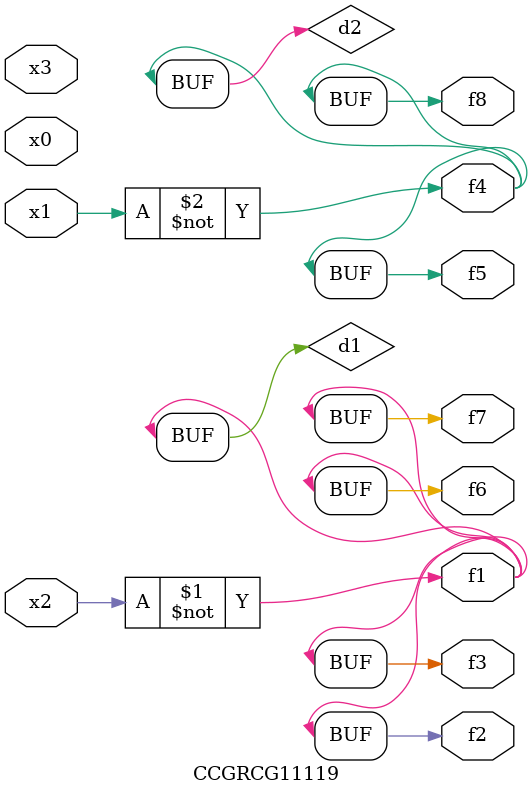
<source format=v>
module CCGRCG11119(
	input x0, x1, x2, x3,
	output f1, f2, f3, f4, f5, f6, f7, f8
);

	wire d1, d2;

	xnor (d1, x2);
	not (d2, x1);
	assign f1 = d1;
	assign f2 = d1;
	assign f3 = d1;
	assign f4 = d2;
	assign f5 = d2;
	assign f6 = d1;
	assign f7 = d1;
	assign f8 = d2;
endmodule

</source>
